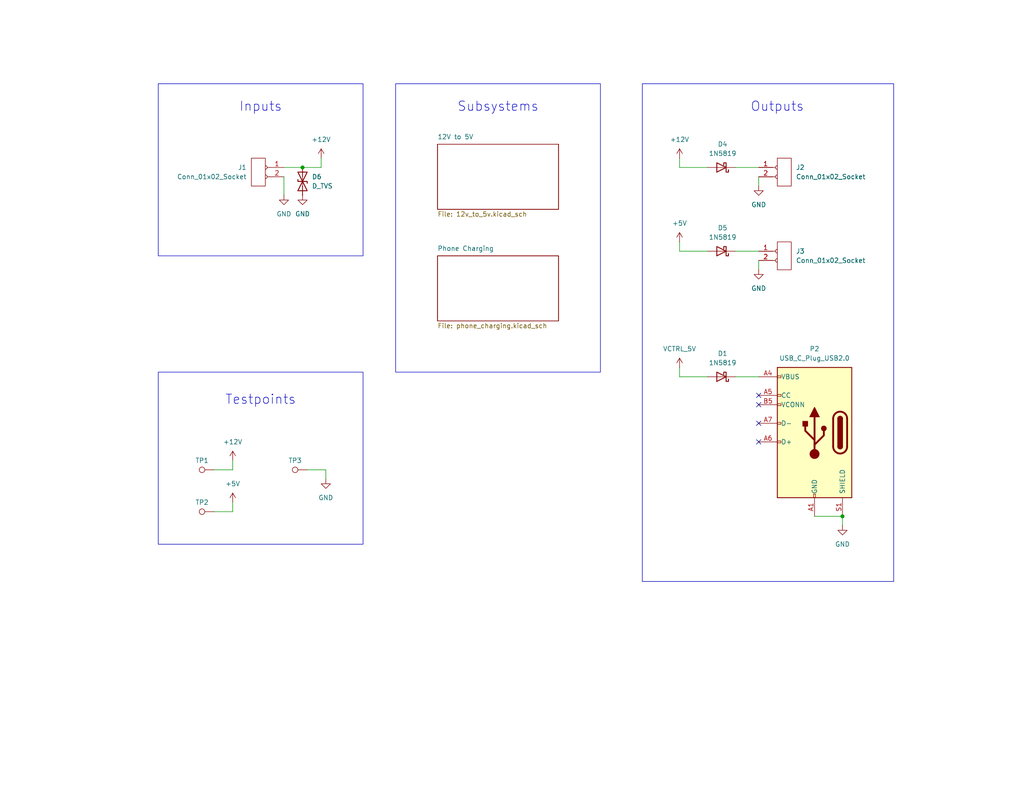
<source format=kicad_sch>
(kicad_sch (version 20250114) (generator "eeschema") (generator_version "9.0")
  (paper "USLetter")
  (title_block (title "ROAMR power board") (date "2026-01-18") (rev "1.0"))
  (lib_symbols
    (symbol "Connector:Conn_01x02_Socket" (pin_names (offset 1.016) (hide yes))
      (property "Reference" "J1" (at 5.08 0 0))
      (property "Value" "Conn_01x02_Socket" (at 5.08 -2.54 0))
      (symbol "Conn_01x02_Socket_1_1"
        (polyline (pts (xy -1.27 0) (xy -0.508 0)) (stroke (width 0.1524)))
        (polyline (pts (xy -1.27 -2.54) (xy -0.508 -2.54)) (stroke (width 0.1524)))
        (rectangle (start 0 2.54) (end 3.81 -5.08))
        (arc (start 0 -0.508) (mid -0.5058 0) (end 0 0.508) (stroke (width 0.1524)))
        (arc (start 0 -3.048) (mid -0.5058 -2.54) (end 0 -2.032) (stroke (width 0.1524)))
        (pin passive line (at -5.08 0 0) (length 3.81) (name "Pin_1") (number "1"))
        (pin passive line (at -5.08 -2.54 0) (length 3.81) (name "Pin_2") (number "2"))
      )
    )
    (symbol "Connector:TestPoint" (pin_numbers (hide yes)) (pin_names (offset 0.762) (hide yes))
      (property "Reference" "TP" (at 0 6.858 0))
      (property "Value" "TestPoint" (at 0 5.08 0))
      (symbol "TestPoint_0_1"
        (circle (center 0 3.302) (radius 0.762))
      )
      (symbol "TestPoint_1_1"
        (pin passive line (at 0 0 90) (length 2.54) (name "1") (number "1"))
      )
    )
    (symbol "Connector:USB_C_Plug_USB2.0" (pin_names (offset 1.016))
      (property "Reference" "P" (at -10.16 19.05 0))
      (property "Value" "USB_C_Plug_USB2.0" (at 12.7 19.05 0))
      (symbol "USB_C_Plug_USB2.0_0_0"
        (rectangle (start -0.254 -17.78) (end 0.254 -16.764))
        (rectangle (start 10.16 15.494) (end 9.144 14.986))
        (rectangle (start 10.16 10.414) (end 9.144 9.906))
        (rectangle (start 10.16 7.874) (end 9.144 7.366))
        (rectangle (start 10.16 2.794) (end 9.144 2.286))
        (rectangle (start 10.16 -2.286) (end 9.144 -2.794))
      )
      (symbol "USB_C_Plug_USB2.0_0_1"
        (rectangle (start -10.16 17.78) (end 10.16 -17.78) (stroke (width 0.254)) (fill (type background)))
        (polyline (pts (xy -8.89 -3.81) (xy -8.89 3.81)) (stroke (width 0.508)))
        (rectangle (start -7.62 -3.81) (end -6.35 3.81) (stroke (width 0.254)) (fill (type outline)))
        (arc (start -7.62 3.81) (mid -6.985 4.4423) (end -6.35 3.81) (stroke (width 0.254)))
        (arc (start -7.62 3.81) (mid -6.985 4.4423) (end -6.35 3.81) (stroke (width 0.254)) (fill (type outline)))
        (arc (start -8.89 3.81) (mid -6.985 5.7067) (end -5.08 3.81) (stroke (width 0.508)))
        (arc (start -5.08 -3.81) (mid -6.985 -5.7067) (end -8.89 -3.81) (stroke (width 0.508)))
        (arc (start -6.35 -3.81) (mid -6.985 -4.4423) (end -7.62 -3.81) (stroke (width 0.254)))
        (arc (start -6.35 -3.81) (mid -6.985 -4.4423) (end -7.62 -3.81) (stroke (width 0.254)) (fill (type outline)))
        (polyline (pts (xy -5.08 3.81) (xy -5.08 -3.81)) (stroke (width 0.508)))
        (circle (center -2.54 1.143) (radius 0.635) (stroke (width 0.254)) (fill (type outline)))
        (polyline (pts (xy -1.27 4.318) (xy 0 6.858) (xy 1.27 4.318) (xy -1.27 4.318)) (stroke (width 0.254)) (fill (type outline)))
        (polyline (pts (xy 0 -2.032) (xy 2.54 0.508) (xy 2.54 1.778)) (stroke (width 0.508)))
        (polyline (pts (xy 0 -3.302) (xy -2.54 -0.762) (xy -2.54 0.508)) (stroke (width 0.508)))
        (polyline (pts (xy 0 -5.842) (xy 0 4.318)) (stroke (width 0.508)))
        (circle (center 0 -5.842) (radius 1.27) (fill (type outline)))
        (rectangle (start 1.905 1.778) (end 3.175 3.048) (stroke (width 0.254)) (fill (type outline)))
      )
      (symbol "USB_C_Plug_USB2.0_1_1"
        (pin passive line (at -7.62 -22.86 90) (length 5.08) (name "SHIELD") (number "S1"))
        (pin passive line (at 0 -22.86 90) (length 5.08) (name "GND") (number "A1"))
        (pin passive line (at 0 -22.86 90) (length 5.08) (hide yes) (name "GND") (number "A12"))
        (pin passive line (at 0 -22.86 90) (length 5.08) (hide yes) (name "GND") (number "B1"))
        (pin passive line (at 0 -22.86 90) (length 5.08) (hide yes) (name "GND") (number "B12"))
        (pin passive line (at 15.24 15.24 180) (length 5.08) (name "VBUS") (number "A4"))
        (pin passive line (at 15.24 15.24 180) (length 5.08) (hide yes) (name "VBUS") (number "A9"))
        (pin passive line (at 15.24 15.24 180) (length 5.08) (hide yes) (name "VBUS") (number "B4"))
        (pin passive line (at 15.24 15.24 180) (length 5.08) (hide yes) (name "VBUS") (number "B9"))
        (pin bidirectional line (at 15.24 10.16 180) (length 5.08) (name "CC") (number "A5"))
        (pin bidirectional line (at 15.24 7.62 180) (length 5.08) (name "VCONN") (number "B5"))
        (pin bidirectional line (at 15.24 2.54 180) (length 5.08) (name "D-") (number "A7"))
        (pin bidirectional line (at 15.24 -2.54 180) (length 5.08) (name "D+") (number "A6"))
      )
    )
    (symbol "Device:D_TVS" (pin_numbers (hide yes)) (pin_names (offset 1.016) (hide yes))
      (property "Reference" "D" (at 0 2.54 0))
      (property "Value" "D_TVS" (at 0 -2.54 0))
      (symbol "D_TVS_0_1"
        (polyline (pts (xy -2.54 1.27) (xy -2.54 -1.27) (xy 2.54 1.27) (xy 2.54 -1.27) (xy -2.54 1.27)) (stroke (width 0.254)))
        (polyline (pts (xy 0.508 1.27) (xy 0 1.27) (xy 0 -1.27) (xy -0.508 -1.27)) (stroke (width 0.254)))
        (polyline (pts (xy 1.27 0) (xy -1.27 0)))
      )
      (symbol "D_TVS_1_1"
        (pin passive line (at -3.81 0 0) (length 2.54) (name "A1") (number "1"))
        (pin passive line (at 3.81 0 180) (length 2.54) (name "A2") (number "2"))
      )
    )
    (symbol "Diode:1N5819" (pin_numbers (hide yes)) (pin_names (offset 1.016) (hide yes))
      (property "Reference" "D" (at 0 2.54 0))
      (property "Value" "1N5819" (at 0 -2.54 0))
      (symbol "1N5819_0_1"
        (polyline (pts (xy -1.905 0.635) (xy -1.905 1.27) (xy -1.27 1.27) (xy -1.27 -1.27) (xy -0.635 -1.27) (xy -0.635 -0.635)) (stroke (width 0.254)))
        (polyline (pts (xy 1.27 1.27) (xy 1.27 -1.27) (xy -1.27 0) (xy 1.27 1.27)) (stroke (width 0.254)))
        (polyline (pts (xy 1.27 0) (xy -1.27 0)))
      )
      (symbol "1N5819_1_1"
        (pin passive line (at -3.81 0 0) (length 2.54) (name "K") (number "1"))
        (pin passive line (at 3.81 0 180) (length 2.54) (name "A") (number "2"))
      )
    )
    (symbol "power:+5V" (power) (pin_numbers (hide yes)) (pin_names (offset 0) (hide yes))
      (property "Value" "+5V" (at 0 3.556 0))
      (symbol "+5V_0_1"
        (polyline (pts (xy -0.762 1.27) (xy 0 2.54)))
        (polyline (pts (xy 0 2.54) (xy 0.762 1.27)))
        (polyline (pts (xy 0 0) (xy 0 2.54)))
      )
      (symbol "+5V_1_1"
        (pin power_in line (at 0 0 90) (length 0) (name "~") (number "1"))
      )
    )
    (symbol "power:GND" (power) (pin_numbers (hide yes)) (pin_names (offset 0) (hide yes))
      (property "Value" "GND" (at 0 -3.81 0))
      (symbol "GND_0_1"
        (polyline (pts (xy 0 0) (xy 0 -1.27) (xy 1.27 -1.27) (xy 0 -2.54) (xy -1.27 -1.27) (xy 0 -1.27)))
      )
      (symbol "GND_1_1"
        (pin power_in line (at 0 0 270) (length 0) (name "~") (number "1"))
      )
    )
  )
  (rectangle (start 43.18 101.6) (end 99.06 148.59))
  (rectangle (start 175.26 22.86) (end 243.84 158.75))
  (rectangle (start 43.18 22.86) (end 99.06 69.85))
  (rectangle (start 107.95 22.86) (end 163.83 101.6))
  (text "Inputs" (at 71.12 29.21 0) (effects (font (size 2.54 2.54))))
  (text "Subsystems\n" (at 135.89 29.21 0) (effects (font (size 2.54 2.54))))
  (text "Outputs" (at 212.09 29.21 0) (effects (font (size 2.54 2.54))))
  (text "Testpoints\n" (at 71.12 109.22 0) (effects (font (size 2.54 2.54))))
  (junction (at 229.87 140.97))
  (junction (at 82.55 45.72))
  (no_connect (at 207.01 115.57))
  (no_connect (at 207.01 110.49))
  (no_connect (at 207.01 120.65))
  (no_connect (at 207.01 107.95))
  (wire (pts (xy 63.5 125.73) (xy 63.5 128.27)))
  (wire (pts (xy 63.5 137.16) (xy 63.5 139.7)))
  (wire (pts (xy 77.47 45.72) (xy 82.55 45.72)))
  (wire (pts (xy 185.42 68.58) (xy 193.04 68.58)))
  (wire (pts (xy 185.42 43.18) (xy 185.42 45.72)))
  (wire (pts (xy 185.42 102.87) (xy 193.04 102.87)))
  (wire (pts (xy 200.66 102.87) (xy 207.01 102.87)))
  (wire (pts (xy 200.66 68.58) (xy 207.01 68.58)))
  (wire (pts (xy 222.25 140.97) (xy 229.87 140.97)))
  (wire (pts (xy 63.5 139.7) (xy 58.42 139.7)))
  (wire (pts (xy 207.01 48.26) (xy 207.01 50.8)))
  (wire (pts (xy 207.01 71.12) (xy 207.01 73.66)))
  (wire (pts (xy 185.42 100.33) (xy 185.42 102.87)))
  (wire (pts (xy 87.63 43.18) (xy 87.63 45.72)))
  (wire (pts (xy 229.87 140.97) (xy 229.87 143.51)))
  (wire (pts (xy 185.42 66.04) (xy 185.42 68.58)))
  (wire (pts (xy 63.5 128.27) (xy 58.42 128.27)))
  (wire (pts (xy 77.47 48.26) (xy 77.47 53.34)))
  (wire (pts (xy 185.42 45.72) (xy 193.04 45.72)))
  (wire (pts (xy 88.9 128.27) (xy 83.82 128.27)))
  (wire (pts (xy 200.66 45.72) (xy 207.01 45.72)))
  (wire (pts (xy 87.63 45.72) (xy 82.55 45.72)))
  (wire (pts (xy 88.9 130.81) (xy 88.9 128.27)))
  (symbol (lib_id "Device:D_TVS") (at 82.55 49.53 90) (unit 1)
    (property "Reference" "D6" (at 85.09 48.2599 90) (effects (justify right)))
    (property "Value" "D_TVS" (at 85.09 50.7999 90) (effects (justify right)))
    (property "Description" "Bidirectional transient-voltage-suppression diode" (effects (hide yes)))
  )
  (symbol (lib_id "power:+5V") (at 185.42 43.18 0) (unit 1)
    (property "Reference" "#PWR09" (effects (hide yes)))
    (property "Value" "+12V" (at 185.42 38.1 0))
    (property "Description" "Power symbol creates a global label with name \"+5V\"" (effects (hide yes)))
  )
  (symbol (lib_id "power:+5V") (at 185.42 100.33 0) (unit 1)
    (property "Reference" "#PWR03" (effects (hide yes)))
    (property "Value" "VCTRL_5V" (at 185.42 95.25 0))
    (property "Description" "Power symbol creates a global label with name \"+5V\"" (effects (hide yes)))
  )
  (symbol (lib_id "power:GND") (at 229.87 143.51 0) (unit 1)
    (property "Reference" "#PWR06" (effects (hide yes)))
    (property "Value" "GND" (at 229.87 148.59 0))
    (property "Description" "Power symbol creates a global label with name \"GND\" , ground" (effects (hide yes)))
  )
  (symbol (lib_id "power:+5V") (at 63.5 125.73 0) (unit 1)
    (property "Reference" "#PWR022" (effects (hide yes)))
    (property "Value" "+12V" (at 63.5 120.65 0))
    (property "Description" "Power symbol creates a global label with name \"+5V\"" (effects (hide yes)))
  )
  (symbol (lib_id "Connector:Conn_01x02_Socket") (at 212.09 45.72 0) (unit 1)
    (property "Reference" "J2" (at 217.17 45.72 0) (effects (justify left)))
    (property "Value" "Conn_01x02_Socket" (at 217.17 48.26 0) (effects (justify left)))
    (property "Description" "Generic connector, single row, 01x02, script generated" (effects (hide yes)))
  )
  (symbol (lib_id "power:+5V") (at 63.5 137.16 0) (unit 1)
    (property "Reference" "#PWR023" (effects (hide yes)))
    (property "Value" "+5V" (at 63.5 132.08 0))
    (property "Description" "Power symbol creates a global label with name \"+5V\"" (effects (hide yes)))
  )
  (symbol (lib_id "Connector:Conn_01x02_Socket") (at 212.09 68.58 0) (unit 1)
    (property "Reference" "J3" (at 217.17 68.58 0) (effects (justify left)))
    (property "Value" "Conn_01x02_Socket" (at 217.17 71.12 0) (effects (justify left)))
    (property "Description" "Generic connector, single row, 01x02, script generated" (effects (hide yes)))
  )
  (symbol (lib_id "power:GND") (at 88.9 130.81 0) (unit 1)
    (property "Reference" "#PWR024" (effects (hide yes)))
    (property "Value" "GND" (at 88.9 135.89 0))
    (property "Description" "Power symbol creates a global label with name \"GND\" , ground" (effects (hide yes)))
  )
  (symbol (lib_id "Connector:Conn_01x02_Socket") (at 72.39 45.72 0) (mirror y) (unit 1)
    (property "Reference" "J1" (at 67.31 45.72 0) (effects (justify left)))
    (property "Value" "Conn_01x02_Socket" (at 67.31 48.26 0) (effects (justify left)))
    (property "Description" "Generic connector, single row, 01x02, script generated" (effects (hide yes)))
  )
  (symbol (lib_id "Connector:USB_C_Plug_USB2.0") (at 222.25 118.11 0) (mirror y) (unit 1)
    (property "Reference" "P2" (at 222.25 95.25 0))
    (property "Value" "USB_C_Plug_USB2.0" (at 222.25 97.79 0))
    (property "Datasheet" "https://www.usb.org/sites/default/files/documents/usb_type-c.zip" (effects (hide yes)))
    (property "Description" "USB 2.0-only Type-C Plug connector" (effects (hide yes)))
  )
  (symbol (lib_id "power:GND") (at 82.55 53.34 0) (unit 1)
    (property "Reference" "#PWR020" (effects (hide yes)))
    (property "Value" "GND" (at 82.55 58.42 0))
    (property "Description" "Power symbol creates a global label with name \"GND\" , ground" (effects (hide yes)))
  )
  (symbol (lib_id "Connector:TestPoint") (at 58.42 139.7 90) (unit 1)
    (property "Reference" "TP2" (at 55.118 137.16 90))
    (property "Value" "TestPoint" (effects (hide yes)))
    (property "Description" "test point" (effects (hide yes)))
  )
  (symbol (lib_id "Diode:1N5819") (at 196.85 102.87 180) (unit 1)
    (property "Reference" "D1" (at 197.1675 96.52 0))
    (property "Value" "1N5819" (at 197.1675 99.06 0))
    (property "Footprint" "Diode_THT:D_DO-41_SOD81_P10.16mm_Horizontal" (effects (hide yes)))
    (property "Datasheet" "http://www.vishay.com/docs/88525/1n5817.pdf" (effects (hide yes)))
    (property "Description" "40V 1A Schottky Barrier Rectifier Diode, DO-41" (effects (hide yes)))
  )
  (symbol (lib_id "power:GND") (at 207.01 73.66 0) (unit 1)
    (property "Reference" "#PWR05" (effects (hide yes)))
    (property "Value" "GND" (at 207.01 78.74 0))
    (property "Description" "Power symbol creates a global label with name \"GND\" , ground" (effects (hide yes)))
  )
  (symbol (lib_id "power:+5V") (at 87.63 43.18 0) (unit 1)
    (property "Reference" "#PWR011" (effects (hide yes)))
    (property "Value" "+12V" (at 87.63 38.1 0))
    (property "Description" "Power symbol creates a global label with name \"+5V\"" (effects (hide yes)))
  )
  (symbol (lib_id "Connector:TestPoint") (at 58.42 128.27 90) (unit 1)
    (property "Reference" "TP1" (at 55.118 125.73 90))
    (property "Value" "TestPoint" (effects (hide yes)))
    (property "Description" "test point" (effects (hide yes)))
  )
  (symbol (lib_id "power:+5V") (at 185.42 66.04 0) (unit 1)
    (property "Reference" "#PWR010" (effects (hide yes)))
    (property "Value" "+5V" (at 185.42 60.96 0))
    (property "Description" "Power symbol creates a global label with name \"+5V\"" (effects (hide yes)))
  )
  (symbol (lib_id "power:GND") (at 207.01 50.8 0) (unit 1)
    (property "Reference" "#PWR08" (effects (hide yes)))
    (property "Value" "GND" (at 207.01 55.88 0))
    (property "Description" "Power symbol creates a global label with name \"GND\" , ground" (effects (hide yes)))
  )
  (symbol (lib_id "Diode:1N5819") (at 196.85 68.58 180) (unit 1)
    (property "Reference" "D5" (at 197.1675 62.23 0))
    (property "Value" "1N5819" (at 197.1675 64.77 0))
    (property "Footprint" "Diode_THT:D_DO-41_SOD81_P10.16mm_Horizontal" (effects (hide yes)))
    (property "Datasheet" "http://www.vishay.com/docs/88525/1n5817.pdf" (effects (hide yes)))
    (property "Description" "40V 1A Schottky Barrier Rectifier Diode, DO-41" (effects (hide yes)))
  )
  (symbol (lib_id "power:GND") (at 77.47 53.34 0) (unit 1)
    (property "Reference" "#PWR021" (effects (hide yes)))
    (property "Value" "GND" (at 77.47 58.42 0))
    (property "Description" "Power symbol creates a global label with name \"GND\" , ground" (effects (hide yes)))
  )
  (symbol (lib_id "Connector:TestPoint") (at 83.82 128.27 90) (unit 1)
    (property "Reference" "TP3" (at 80.518 125.73 90))
    (property "Value" "TestPoint" (effects (hide yes)))
    (property "Description" "test point" (effects (hide yes)))
  )
  (symbol (lib_id "Diode:1N5819") (at 196.85 45.72 180) (unit 1)
    (property "Reference" "D4" (at 197.1675 39.37 0))
    (property "Value" "1N5819" (at 197.1675 41.91 0))
    (property "Footprint" "Diode_THT:D_DO-41_SOD81_P10.16mm_Horizontal" (effects (hide yes)))
    (property "Datasheet" "http://www.vishay.com/docs/88525/1n5817.pdf" (effects (hide yes)))
    (property "Description" "40V 1A Schottky Barrier Rectifier Diode, DO-41" (effects (hide yes)))
  )
  (sheet (at 119.38 39.37) (size 33.02 17.78) (stroke (width 0.1524))
    (property "Sheetname" "12V to 5V" (at 119.38 38.1 0) (effects (justify left bottom)))
    (property "Sheetfile" "12v_to_5v.kicad_sch" (at 119.38 57.7346 0) (effects (justify left top)))
  )
  (sheet (at 119.38 69.85) (size 33.02 17.78) (stroke (width 0.1524))
    (property "Sheetname" "Phone Charging" (at 119.38 68.58 0) (effects (justify left bottom)))
    (property "Sheetfile" "phone_charging.kicad_sch" (at 119.38 88.2146 0) (effects (justify left top)))
  )
)
</source>
